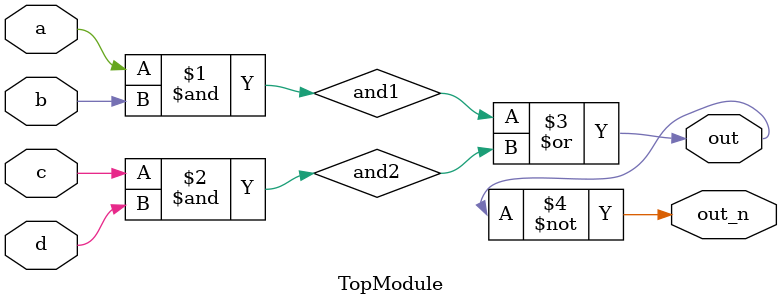
<source format=sv>


module TopModule (
  input a,
  input b,
  input c,
  input d,
  output out,
  output out_n
);

wire and1, and2;
assign and1 = a & b;
assign and2 = c & d;
assign out = and1 | and2;
assign out_n = ~out;
endmodule

</source>
